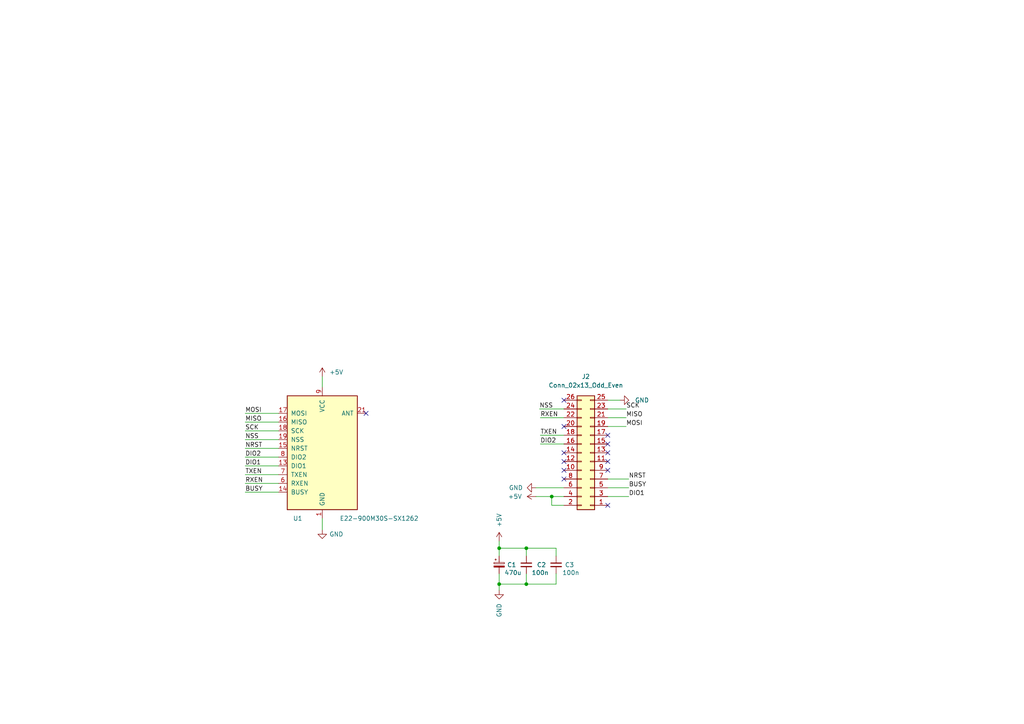
<source format=kicad_sch>
(kicad_sch (version 20211123) (generator eeschema)
  (paper "A4")
  (lib_symbols
    (symbol "Connector_Generic:Conn_02x13_Odd_Even" (pin_names (offset 1.016) hide)
      (property "Reference" "J" (at 1.27 17.78 0))
      (property "Value" "Conn_02x13_Odd_Even" (at 1.27 -17.78 0))
      (symbol "Conn_02x13_Odd_Even_1_1"
        (rectangle (start -1.27 -15.113) (end 0 -15.367) (stroke (width 0.1524)))
        (rectangle (start -1.27 -12.573) (end 0 -12.827) (stroke (width 0.1524)))
        (rectangle (start -1.27 -10.033) (end 0 -10.287) (stroke (width 0.1524)))
        (rectangle (start -1.27 -7.493) (end 0 -7.747) (stroke (width 0.1524)))
        (rectangle (start -1.27 -4.953) (end 0 -5.207) (stroke (width 0.1524)))
        (rectangle (start -1.27 -2.413) (end 0 -2.667) (stroke (width 0.1524)))
        (rectangle (start -1.27 0.127) (end 0 -0.127) (stroke (width 0.1524)))
        (rectangle (start -1.27 2.667) (end 0 2.413) (stroke (width 0.1524)))
        (rectangle (start -1.27 5.207) (end 0 4.953) (stroke (width 0.1524)))
        (rectangle (start -1.27 7.747) (end 0 7.493) (stroke (width 0.1524)))
        (rectangle (start -1.27 10.287) (end 0 10.033) (stroke (width 0.1524)))
        (rectangle (start -1.27 12.827) (end 0 12.573) (stroke (width 0.1524)))
        (rectangle (start -1.27 15.367) (end 0 15.113) (stroke (width 0.1524)))
        (rectangle (start -1.27 16.51) (end 3.81 -16.51) (stroke (width 0.254)) (fill (type background)))
        (rectangle (start 3.81 -15.113) (end 2.54 -15.367) (stroke (width 0.1524)))
        (rectangle (start 3.81 -12.573) (end 2.54 -12.827) (stroke (width 0.1524)))
        (rectangle (start 3.81 -10.033) (end 2.54 -10.287) (stroke (width 0.1524)))
        (rectangle (start 3.81 -7.493) (end 2.54 -7.747) (stroke (width 0.1524)))
        (rectangle (start 3.81 -4.953) (end 2.54 -5.207) (stroke (width 0.1524)))
        (rectangle (start 3.81 -2.413) (end 2.54 -2.667) (stroke (width 0.1524)))
        (rectangle (start 3.81 0.127) (end 2.54 -0.127) (stroke (width 0.1524)))
        (rectangle (start 3.81 2.667) (end 2.54 2.413) (stroke (width 0.1524)))
        (rectangle (start 3.81 5.207) (end 2.54 4.953) (stroke (width 0.1524)))
        (rectangle (start 3.81 7.747) (end 2.54 7.493) (stroke (width 0.1524)))
        (rectangle (start 3.81 10.287) (end 2.54 10.033) (stroke (width 0.1524)))
        (rectangle (start 3.81 12.827) (end 2.54 12.573) (stroke (width 0.1524)))
        (rectangle (start 3.81 15.367) (end 2.54 15.113) (stroke (width 0.1524)))
        (pin passive line (at -5.08 15.24 0) (length 3.81) (name "Pin_1") (number "1"))
        (pin passive line (at 7.62 5.08 180) (length 3.81) (name "Pin_10") (number "10"))
        (pin passive line (at -5.08 2.54 0) (length 3.81) (name "Pin_11") (number "11"))
        (pin passive line (at 7.62 2.54 180) (length 3.81) (name "Pin_12") (number "12"))
        (pin passive line (at -5.08 0 0) (length 3.81) (name "Pin_13") (number "13"))
        (pin passive line (at 7.62 0 180) (length 3.81) (name "Pin_14") (number "14"))
        (pin passive line (at -5.08 -2.54 0) (length 3.81) (name "Pin_15") (number "15"))
        (pin passive line (at 7.62 -2.54 180) (length 3.81) (name "Pin_16") (number "16"))
        (pin passive line (at -5.08 -5.08 0) (length 3.81) (name "Pin_17") (number "17"))
        (pin passive line (at 7.62 -5.08 180) (length 3.81) (name "Pin_18") (number "18"))
        (pin passive line (at -5.08 -7.62 0) (length 3.81) (name "Pin_19") (number "19"))
        (pin passive line (at 7.62 15.24 180) (length 3.81) (name "Pin_2") (number "2"))
        (pin passive line (at 7.62 -7.62 180) (length 3.81) (name "Pin_20") (number "20"))
        (pin passive line (at -5.08 -10.16 0) (length 3.81) (name "Pin_21") (number "21"))
        (pin passive line (at 7.62 -10.16 180) (length 3.81) (name "Pin_22") (number "22"))
        (pin passive line (at -5.08 -12.7 0) (length 3.81) (name "Pin_23") (number "23"))
        (pin passive line (at 7.62 -12.7 180) (length 3.81) (name "Pin_24") (number "24"))
        (pin passive line (at -5.08 -15.24 0) (length 3.81) (name "Pin_25") (number "25"))
        (pin passive line (at 7.62 -15.24 180) (length 3.81) (name "Pin_26") (number "26"))
        (pin passive line (at -5.08 12.7 0) (length 3.81) (name "Pin_3") (number "3"))
        (pin passive line (at 7.62 12.7 180) (length 3.81) (name "Pin_4") (number "4"))
        (pin passive line (at -5.08 10.16 0) (length 3.81) (name "Pin_5") (number "5"))
        (pin passive line (at 7.62 10.16 180) (length 3.81) (name "Pin_6") (number "6"))
        (pin passive line (at -5.08 7.62 0) (length 3.81) (name "Pin_7") (number "7"))
        (pin passive line (at 7.62 7.62 180) (length 3.81) (name "Pin_8") (number "8"))
        (pin passive line (at -5.08 5.08 0) (length 3.81) (name "Pin_9") (number "9"))
      )
    )
    (symbol "Device:C_Polarized_Small" (pin_numbers hide) (pin_names (offset 0.254) hide)
      (property "Reference" "C" (at 0.254 1.778 0))
      (property "Value" "C_Polarized_Small" (at 0.254 -2.032 0))
      (symbol "C_Polarized_Small_0_1"
        (rectangle (start -1.524 -0.3048) (end 1.524 -0.6858) (fill (type outline)))
        (rectangle (start -1.524 0.6858) (end 1.524 0.3048))
        (polyline (pts (xy -1.27 1.524) (xy -0.762 1.524)))
        (polyline (pts (xy -1.016 1.27) (xy -1.016 1.778)))
      )
      (symbol "C_Polarized_Small_1_1"
        (pin passive line (at 0 2.54 270) (length 1.8542) (name "~") (number "1"))
        (pin passive line (at 0 -2.54 90) (length 1.8542) (name "~") (number "2"))
      )
    )
    (symbol "Device:C_Small" (pin_numbers hide) (pin_names (offset 0.254) hide)
      (property "Reference" "C" (at 0.254 1.778 0))
      (property "Value" "C_Small" (at 0.254 -2.032 0))
      (symbol "C_Small_0_1"
        (polyline (pts (xy -1.524 -0.508) (xy 1.524 -0.508)) (stroke (width 0.3302)))
        (polyline (pts (xy -1.524 0.508) (xy 1.524 0.508)) (stroke (width 0.3048)))
      )
      (symbol "C_Small_1_1"
        (pin passive line (at 0 2.54 270) (length 2.032) (name "~") (number "1"))
        (pin passive line (at 0 -2.54 90) (length 2.032) (name "~") (number "2"))
      )
    )
    (symbol "RF_Module:E22-900M30S-SX1262" (pin_names (offset 1.016))
      (property "Reference" "U" (at 2.54 17.78 0))
      (property "Value" "E22-900M30S-SX1262" (at 7.62 27.94 0))
      (symbol "E22-900M30S-SX1262_0_0"
        (pin power_in line (at 0 -20.32 90) (length 2.54) (name "GND") (number "1"))
        (pin passive line (at 0 17.78 270) (length 2.54) hide (name "VCC") (number "10"))
        (pin passive line (at 0 -20.32 90) (length 2.54) hide (name "GND") (number "11"))
        (pin passive line (at 0 -20.32 90) (length 2.54) hide (name "GND") (number "12"))
        (pin bidirectional line (at -12.7 -5.08 0) (length 2.54) (name "DIO1") (number "13"))
        (pin output line (at -12.7 -12.7 0) (length 2.54) (name "BUSY") (number "14"))
        (pin input line (at -12.7 0 0) (length 2.54) (name "NRST") (number "15"))
        (pin output line (at -12.7 7.62 0) (length 2.54) (name "MISO") (number "16"))
        (pin input line (at -12.7 10.16 0) (length 2.54) (name "MOSI") (number "17"))
        (pin input line (at -12.7 5.08 0) (length 2.54) (name "SCK") (number "18"))
        (pin input line (at -12.7 2.54 0) (length 2.54) (name "NSS") (number "19"))
        (pin passive line (at 0 -20.32 90) (length 2.54) hide (name "GND") (number "2"))
        (pin passive line (at 0 -20.32 90) (length 2.54) hide (name "GND") (number "20"))
        (pin passive line (at 12.7 10.16 180) (length 2.54) (name "ANT") (number "21"))
        (pin passive line (at 0 -20.32 90) (length 2.54) hide (name "GND") (number "22"))
        (pin passive line (at 0 -20.32 90) (length 2.54) hide (name "GND") (number "3"))
        (pin passive line (at 0 -20.32 90) (length 2.54) hide (name "GND") (number "4"))
        (pin passive line (at 0 -20.32 90) (length 2.54) hide (name "GND") (number "5"))
        (pin input line (at -12.7 -10.16 0) (length 2.54) (name "RXEN") (number "6"))
        (pin input line (at -12.7 -7.62 0) (length 2.54) (name "TXEN") (number "7"))
        (pin bidirectional line (at -12.7 -2.54 0) (length 2.54) (name "DIO2") (number "8"))
        (pin power_in line (at 0 17.78 270) (length 2.54) (name "VCC") (number "9"))
      )
      (symbol "E22-900M30S-SX1262_0_1"
        (rectangle (start -10.16 -17.78) (end 10.16 15.24) (stroke (width 0.254)) (fill (type background)))
      )
    )
    (symbol "power:+5V" (power) (pin_names (offset 0))
      (property "Value" "+5V" (at 0 3.556 0))
      (symbol "+5V_0_1"
        (polyline (pts (xy -0.762 1.27) (xy 0 2.54)))
        (polyline (pts (xy 0 0) (xy 0 2.54)))
        (polyline (pts (xy 0 2.54) (xy 0.762 1.27)))
      )
      (symbol "+5V_1_1"
        (pin power_in line (at 0 0 90) (length 0) hide (name "+5V") (number "1"))
      )
    )
    (symbol "power:GND" (power) (pin_names (offset 0))
      (property "Value" "GND" (at 0 -3.81 0))
      (symbol "GND_0_1"
        (polyline (pts (xy 0 0) (xy 0 -1.27) (xy 1.27 -1.27) (xy 0 -2.54) (xy -1.27 -1.27) (xy 0 -1.27)))
      )
      (symbol "GND_1_1"
        (pin power_in line (at 0 0 270) (length 0) hide (name "GND") (number "1"))
      )
    )
  )
  (junction (at 144.78 159.004))
  (junction (at 144.78 169.418))
  (junction (at 152.654 159.004))
  (junction (at 160.02 144.018))
  (junction (at 152.654 169.418))
  (no_connect (at 106.172 119.888))
  (no_connect (at 163.576 138.938))
  (no_connect (at 176.276 131.318))
  (no_connect (at 163.576 131.318))
  (no_connect (at 176.276 128.778))
  (no_connect (at 176.276 136.398))
  (no_connect (at 163.576 133.858))
  (no_connect (at 176.276 126.238))
  (no_connect (at 163.576 123.698))
  (no_connect (at 176.276 133.858))
  (no_connect (at 176.276 146.558))
  (no_connect (at 163.576 116.078))
  (no_connect (at 163.576 136.398))
  (wire (pts (xy 144.78 169.418) (xy 152.654 169.418)))
  (wire (pts (xy 176.276 138.938) (xy 182.372 138.938)))
  (wire (pts (xy 161.29 166.37) (xy 161.29 169.418)))
  (wire (pts (xy 156.718 128.778) (xy 163.576 128.778)))
  (wire (pts (xy 93.472 150.368) (xy 93.472 153.67)))
  (wire (pts (xy 152.654 159.004) (xy 161.29 159.004)))
  (wire (pts (xy 144.78 159.004) (xy 144.78 161.29)))
  (wire (pts (xy 176.276 121.158) (xy 181.61 121.158)))
  (wire (pts (xy 155.448 144.018) (xy 160.02 144.018)))
  (wire (pts (xy 160.02 144.018) (xy 163.576 144.018)))
  (wire (pts (xy 71.12 140.208) (xy 80.772 140.208)))
  (wire (pts (xy 144.78 156.972) (xy 144.78 159.004)))
  (wire (pts (xy 155.448 141.478) (xy 163.576 141.478)))
  (wire (pts (xy 71.12 119.888) (xy 80.772 119.888)))
  (wire (pts (xy 71.12 124.968) (xy 80.772 124.968)))
  (wire (pts (xy 144.78 169.418) (xy 144.78 171.196)))
  (wire (pts (xy 176.276 141.478) (xy 182.372 141.478)))
  (wire (pts (xy 71.12 137.668) (xy 80.772 137.668)))
  (wire (pts (xy 71.12 135.128) (xy 80.772 135.128)))
  (wire (pts (xy 176.276 116.078) (xy 179.832 116.078)))
  (wire (pts (xy 156.464 118.618) (xy 163.576 118.618)))
  (wire (pts (xy 152.654 159.004) (xy 152.654 161.29)))
  (wire (pts (xy 176.276 118.618) (xy 181.61 118.618)))
  (wire (pts (xy 93.472 109.22) (xy 93.472 112.268)))
  (wire (pts (xy 152.654 169.418) (xy 161.29 169.418)))
  (wire (pts (xy 156.718 121.158) (xy 163.576 121.158)))
  (wire (pts (xy 144.78 166.37) (xy 144.78 169.418)))
  (wire (pts (xy 161.29 159.004) (xy 161.29 161.29)))
  (wire (pts (xy 71.12 130.048) (xy 80.772 130.048)))
  (wire (pts (xy 71.12 132.588) (xy 80.772 132.588)))
  (wire (pts (xy 176.276 123.698) (xy 181.61 123.698)))
  (wire (pts (xy 176.276 144.018) (xy 182.372 144.018)))
  (wire (pts (xy 71.12 127.508) (xy 80.772 127.508)))
  (wire (pts (xy 156.718 126.238) (xy 163.576 126.238)))
  (wire (pts (xy 160.02 144.018) (xy 160.02 146.558)))
  (wire (pts (xy 160.02 146.558) (xy 163.576 146.558)))
  (wire (pts (xy 71.12 142.748) (xy 80.772 142.748)))
  (wire (pts (xy 144.78 159.004) (xy 152.654 159.004)))
  (wire (pts (xy 152.654 166.37) (xy 152.654 169.418)))
  (wire (pts (xy 71.12 122.428) (xy 80.772 122.428)))
  (label "DIO1" (at 182.372 144.018 0))
  (label "DIO1" (at 71.12 135.128 0))
  (label "BUSY" (at 71.12 142.748 0))
  (label "DIO2" (at 71.12 132.588 0))
  (label "RXEN" (at 71.12 140.208 0))
  (label "NRST" (at 182.372 138.938 0))
  (label "SCK" (at 181.61 118.618 0))
  (label "MISO" (at 71.12 122.428 0))
  (label "NRST" (at 71.12 130.048 0))
  (label "NSS" (at 71.12 127.508 0))
  (label "NSS" (at 156.464 118.618 0))
  (label "TXEN" (at 71.12 137.668 0))
  (label "RXEN" (at 156.718 121.158 0))
  (label "BUSY" (at 182.372 141.478 0))
  (label "SCK" (at 71.12 124.968 0))
  (label "MOSI" (at 71.12 119.888 0))
  (label "MISO" (at 181.61 121.158 0))
  (label "MOSI" (at 181.61 123.698 0))
  (label "TXEN" (at 156.718 126.238 0))
  (label "DIO2" (at 156.718 128.778 0))
  (symbol (lib_id "power:+5V") (at 93.472 109.22 0) (unit 1)
    (property "Reference" "#PWR0102" (effects hide))
    (property "Value" "+5V" (at 95.504 107.9499 0) (effects (justify left)))
  )
  (symbol (lib_id "power:GND") (at 144.78 171.196 0) (mirror y) (unit 1)
    (property "Reference" "#PWR0107" (effects hide))
    (property "Value" "GND" (at 144.78 179.07 90) (effects (justify left)))
  )
  (symbol (lib_id "RF_Module:E22-900M30S-SX1262") (at 93.472 130.048 0) (unit 1)
    (property "Reference" "U1" (at 86.36 150.368 0))
    (property "Value" "E22-900M30S-SX1262" (at 109.982 150.368 0))
    (property "Footprint" "r1cbu_library:E22-900M30S-SX1262" (effects hide))
    (property "Datasheet" "http://www.ebyte.com/en/downpdf.aspx?id=453" (effects hide))
  )
  (symbol (lib_id "power:+5V") (at 144.78 156.972 0) (unit 1)
    (property "Reference" "#PWR0106" (effects hide))
    (property "Value" "+5V" (at 144.78 148.844 90) (effects (justify right)))
  )
  (symbol (lib_id "Device:C_Small") (at 161.29 163.83 0) (unit 1)
    (property "Reference" "C3" (at 163.83 163.8362 0) (effects (justify left)))
    (property "Value" "100n" (at 163.068 166.116 0) (effects (justify left)))
    (property "Footprint" "Capacitor_SMD:C_0805_2012Metric_Pad1.18x1.45mm_HandSolder" (effects hide))
  )
  (symbol (lib_id "power:GND") (at 93.472 153.67 0) (unit 1)
    (property "Reference" "#PWR0101" (effects hide))
    (property "Value" "GND" (at 95.504 154.9399 0) (effects (justify left)))
  )
  (symbol (lib_id "Device:C_Small") (at 152.654 163.83 0) (unit 1)
    (property "Reference" "C2" (at 155.702 163.83 0) (effects (justify left)))
    (property "Value" "100n" (at 154.178 166.116 0) (effects (justify left)))
    (property "Footprint" "Capacitor_SMD:C_0805_2012Metric_Pad1.18x1.45mm_HandSolder" (effects hide))
  )
  (symbol (lib_id "Connector_Generic:Conn_02x13_Odd_Even") (at 171.196 131.318 180) (unit 1)
    (property "Reference" "J2" (at 169.926 109.22 0))
    (property "Value" "Conn_02x13_Odd_Even" (at 169.926 111.76 0))
    (property "Footprint" "Connector_PinHeader_2.54mm:PinHeader_2x13_P2.54mm_Vertical" (effects hide))
  )
  (symbol (lib_id "power:GND") (at 155.448 141.478 270) (mirror x) (unit 1)
    (property "Reference" "#PWR0104" (effects hide))
    (property "Value" "GND" (at 147.574 141.478 90) (effects (justify left)))
  )
  (symbol (lib_id "power:+5V") (at 155.448 144.018 90) (unit 1)
    (property "Reference" "#PWR0105" (effects hide))
    (property "Value" "+5V" (at 147.32 144.018 90) (effects (justify right)))
  )
  (symbol (lib_id "power:GND") (at 179.832 116.078 90) (unit 1)
    (property "Reference" "#PWR0103" (effects hide))
    (property "Value" "GND" (at 184.15 116.0779 90) (effects (justify right)))
  )
  (symbol (lib_id "Device:C_Polarized_Small") (at 144.78 163.83 0) (unit 1)
    (property "Reference" "C1" (at 147.066 163.83 0) (effects (justify left)))
    (property "Value" "470u" (at 146.304 166.116 0) (effects (justify left)))
    (property "Footprint" "Capacitor_Tantalum_SMD:CP_EIA-7343-43_Kemet-X_Pad2.25x2.55mm_HandSolder" (effects hide))
  )
)
</source>
